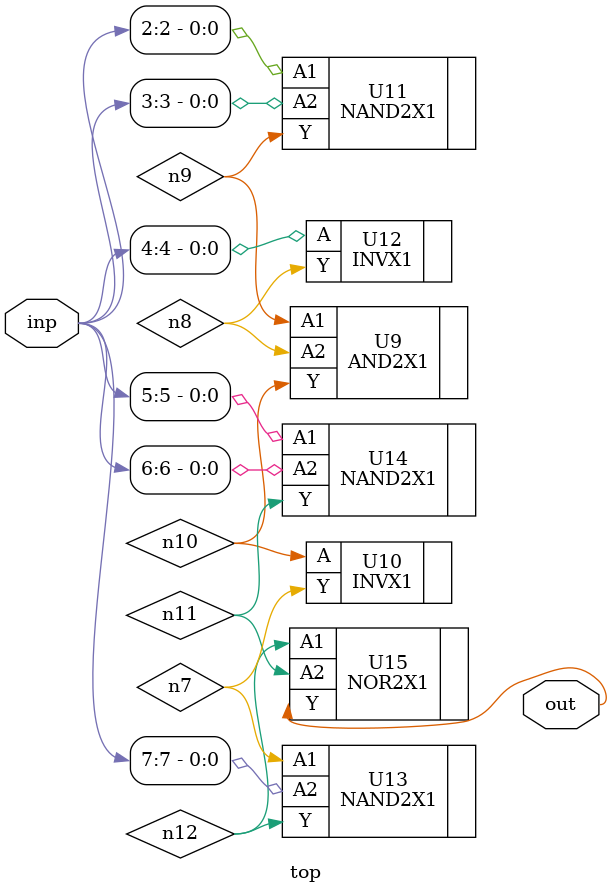
<source format=sv>


module top ( inp, out );
  input [7:0] inp;
  output out;
  wire   n7, n8, n9, n10, n11, n12;

  AND2X1 U9 ( .A1(n9), .A2(n8), .Y(n10) );
  INVX1 U10 ( .A(n10), .Y(n7) );
  NAND2X1 U11 ( .A1(inp[2]), .A2(inp[3]), .Y(n9) );
  INVX1 U12 ( .A(inp[4]), .Y(n8) );
  NAND2X1 U13 ( .A1(n7), .A2(inp[7]), .Y(n12) );
  NAND2X1 U14 ( .A1(inp[5]), .A2(inp[6]), .Y(n11) );
  NOR2X1 U15 ( .A1(n12), .A2(n11), .Y(out) );
endmodule


</source>
